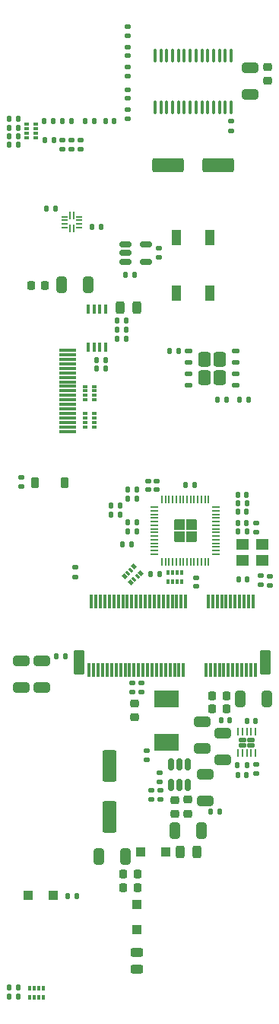
<source format=gbr>
%TF.GenerationSoftware,KiCad,Pcbnew,8.0.7*%
%TF.CreationDate,2025-01-04T21:32:03+01:00*%
%TF.ProjectId,tiliqua-motherboard,74696c69-7175-4612-9d6d-6f7468657262,rev?*%
%TF.SameCoordinates,Original*%
%TF.FileFunction,Paste,Top*%
%TF.FilePolarity,Positive*%
%FSLAX46Y46*%
G04 Gerber Fmt 4.6, Leading zero omitted, Abs format (unit mm)*
G04 Created by KiCad (PCBNEW 8.0.7) date 2025-01-04 21:32:03*
%MOMM*%
%LPD*%
G01*
G04 APERTURE LIST*
G04 Aperture macros list*
%AMRoundRect*
0 Rectangle with rounded corners*
0 $1 Rounding radius*
0 $2 $3 $4 $5 $6 $7 $8 $9 X,Y pos of 4 corners*
0 Add a 4 corners polygon primitive as box body*
4,1,4,$2,$3,$4,$5,$6,$7,$8,$9,$2,$3,0*
0 Add four circle primitives for the rounded corners*
1,1,$1+$1,$2,$3*
1,1,$1+$1,$4,$5*
1,1,$1+$1,$6,$7*
1,1,$1+$1,$8,$9*
0 Add four rect primitives between the rounded corners*
20,1,$1+$1,$2,$3,$4,$5,0*
20,1,$1+$1,$4,$5,$6,$7,0*
20,1,$1+$1,$6,$7,$8,$9,0*
20,1,$1+$1,$8,$9,$2,$3,0*%
%AMRotRect*
0 Rectangle, with rotation*
0 The origin of the aperture is its center*
0 $1 length*
0 $2 width*
0 $3 Rotation angle, in degrees counterclockwise*
0 Add horizontal line*
21,1,$1,$2,0,0,$3*%
%AMFreePoly0*
4,1,19,0.563745,0.600348,0.608674,0.548497,0.619677,0.497915,0.619677,-0.497915,0.600348,-0.563745,0.548497,-0.608674,0.497915,-0.619677,-0.497915,-0.619677,-0.563745,-0.600348,-0.608674,-0.548497,-0.619677,-0.497915,-0.619677,0.397045,-0.600348,0.462875,-0.584014,0.483144,-0.483144,0.584014,-0.422927,0.616894,-0.397045,0.619677,0.497915,0.619677,0.563745,0.600348,0.563745,0.600348,
$1*%
%AMFreePoly1*
4,1,19,0.563745,0.600348,0.608674,0.548497,0.619677,0.497915,0.619677,-0.497915,0.600348,-0.563745,0.548497,-0.608674,0.497915,-0.619677,-0.397045,-0.619677,-0.462875,-0.600348,-0.483144,-0.584014,-0.584014,-0.483144,-0.616894,-0.422927,-0.619677,-0.397045,-0.619677,0.497915,-0.600348,0.563745,-0.548497,0.608674,-0.497915,0.619677,0.497915,0.619677,0.563745,0.600348,0.563745,0.600348,
$1*%
%AMFreePoly2*
4,1,19,0.462875,0.600348,0.483144,0.584014,0.584014,0.483144,0.616894,0.422927,0.619677,0.397045,0.619677,-0.497915,0.600348,-0.563745,0.548497,-0.608674,0.497915,-0.619677,-0.497915,-0.619677,-0.563745,-0.600348,-0.608674,-0.548497,-0.619677,-0.497915,-0.619677,0.497915,-0.600348,0.563745,-0.548497,0.608674,-0.497915,0.619677,0.397045,0.619677,0.462875,0.600348,0.462875,0.600348,
$1*%
%AMFreePoly3*
4,1,19,0.563745,0.600348,0.608674,0.548497,0.619677,0.497915,0.619677,-0.397045,0.600348,-0.462875,0.584014,-0.483144,0.483144,-0.584014,0.422927,-0.616894,0.397045,-0.619677,-0.497915,-0.619677,-0.563745,-0.600348,-0.608674,-0.548497,-0.619677,-0.497915,-0.619677,0.497915,-0.600348,0.563745,-0.548497,0.608674,-0.497915,0.619677,0.497915,0.619677,0.563745,0.600348,0.563745,0.600348,
$1*%
G04 Aperture macros list end*
%ADD10RoundRect,0.147500X-0.147500X-0.172500X0.147500X-0.172500X0.147500X0.172500X-0.147500X0.172500X0*%
%ADD11RoundRect,0.250000X1.500000X0.550000X-1.500000X0.550000X-1.500000X-0.550000X1.500000X-0.550000X0*%
%ADD12R,0.400000X0.500000*%
%ADD13R,0.300000X0.500000*%
%ADD14RoundRect,0.250000X-0.435000X-0.555000X0.435000X-0.555000X0.435000X0.555000X-0.435000X0.555000X0*%
%ADD15RoundRect,0.125000X-0.262500X-0.125000X0.262500X-0.125000X0.262500X0.125000X-0.262500X0.125000X0*%
%ADD16R,1.900000X0.300000*%
%ADD17RoundRect,0.135000X-0.135000X-0.185000X0.135000X-0.185000X0.135000X0.185000X-0.135000X0.185000X0*%
%ADD18RoundRect,0.243750X0.243750X0.456250X-0.243750X0.456250X-0.243750X-0.456250X0.243750X-0.456250X0*%
%ADD19RoundRect,0.218750X-0.218750X-0.256250X0.218750X-0.256250X0.218750X0.256250X-0.218750X0.256250X0*%
%ADD20RoundRect,0.135000X0.185000X-0.135000X0.185000X0.135000X-0.185000X0.135000X-0.185000X-0.135000X0*%
%ADD21RoundRect,0.250000X-0.550000X1.500000X-0.550000X-1.500000X0.550000X-1.500000X0.550000X1.500000X0*%
%ADD22R,0.500000X0.400000*%
%ADD23R,0.500000X0.300000*%
%ADD24RotRect,0.500000X0.400000X315.000000*%
%ADD25RotRect,0.500000X0.300000X315.000000*%
%ADD26RoundRect,0.140000X0.170000X-0.140000X0.170000X0.140000X-0.170000X0.140000X-0.170000X-0.140000X0*%
%ADD27RoundRect,0.140000X0.140000X0.170000X-0.140000X0.170000X-0.140000X-0.170000X0.140000X-0.170000X0*%
%ADD28RoundRect,0.135000X0.135000X0.185000X-0.135000X0.185000X-0.135000X-0.185000X0.135000X-0.185000X0*%
%ADD29RoundRect,0.218750X-0.256250X0.218750X-0.256250X-0.218750X0.256250X-0.218750X0.256250X0.218750X0*%
%ADD30FreePoly0,90.000000*%
%ADD31FreePoly1,90.000000*%
%ADD32FreePoly2,90.000000*%
%ADD33FreePoly3,90.000000*%
%ADD34RoundRect,0.050000X0.050000X-0.387500X0.050000X0.387500X-0.050000X0.387500X-0.050000X-0.387500X0*%
%ADD35RoundRect,0.050000X0.387500X-0.050000X0.387500X0.050000X-0.387500X0.050000X-0.387500X-0.050000X0*%
%ADD36RoundRect,0.135000X-0.185000X0.135000X-0.185000X-0.135000X0.185000X-0.135000X0.185000X0.135000X0*%
%ADD37RoundRect,0.150000X0.150000X-0.512500X0.150000X0.512500X-0.150000X0.512500X-0.150000X-0.512500X0*%
%ADD38RoundRect,0.140000X-0.140000X-0.170000X0.140000X-0.170000X0.140000X0.170000X-0.140000X0.170000X0*%
%ADD39RoundRect,0.250000X0.650000X-0.325000X0.650000X0.325000X-0.650000X0.325000X-0.650000X-0.325000X0*%
%ADD40RoundRect,0.250000X-0.650000X0.325000X-0.650000X-0.325000X0.650000X-0.325000X0.650000X0.325000X0*%
%ADD41RoundRect,0.225000X-0.250000X0.225000X-0.250000X-0.225000X0.250000X-0.225000X0.250000X0.225000X0*%
%ADD42RoundRect,0.250000X0.300000X-0.300000X0.300000X0.300000X-0.300000X0.300000X-0.300000X-0.300000X0*%
%ADD43RoundRect,0.250000X0.325000X0.650000X-0.325000X0.650000X-0.325000X-0.650000X0.325000X-0.650000X0*%
%ADD44RoundRect,0.140000X-0.170000X0.140000X-0.170000X-0.140000X0.170000X-0.140000X0.170000X0.140000X0*%
%ADD45RoundRect,0.218750X0.218750X0.256250X-0.218750X0.256250X-0.218750X-0.256250X0.218750X-0.256250X0*%
%ADD46R,0.400000X1.100000*%
%ADD47RoundRect,0.218750X0.256250X-0.218750X0.256250X0.218750X-0.256250X0.218750X-0.256250X-0.218750X0*%
%ADD48RoundRect,0.243750X-0.243750X-0.456250X0.243750X-0.456250X0.243750X0.456250X-0.243750X0.456250X0*%
%ADD49R,1.400000X1.200000*%
%ADD50RoundRect,0.125000X0.295000X-0.125000X0.295000X0.125000X-0.295000X0.125000X-0.295000X-0.125000X0*%
%ADD51RoundRect,0.062500X0.062500X-0.350000X0.062500X0.350000X-0.062500X0.350000X-0.062500X-0.350000X0*%
%ADD52RoundRect,0.250000X-0.325000X-0.650000X0.325000X-0.650000X0.325000X0.650000X-0.325000X0.650000X0*%
%ADD53RoundRect,0.225000X0.225000X0.250000X-0.225000X0.250000X-0.225000X-0.250000X0.225000X-0.250000X0*%
%ADD54RoundRect,0.243750X0.456250X-0.243750X0.456250X0.243750X-0.456250X0.243750X-0.456250X-0.243750X0*%
%ADD55RoundRect,0.036000X0.114000X0.739000X-0.114000X0.739000X-0.114000X-0.739000X0.114000X-0.739000X0*%
%ADD56RoundRect,0.252000X0.348000X1.123000X-0.348000X1.123000X-0.348000X-1.123000X0.348000X-1.123000X0*%
%ADD57RoundRect,0.225000X-0.225000X-0.375000X0.225000X-0.375000X0.225000X0.375000X-0.225000X0.375000X0*%
%ADD58RoundRect,0.150000X-0.512500X-0.150000X0.512500X-0.150000X0.512500X0.150000X-0.512500X0.150000X0*%
%ADD59RoundRect,0.250000X-0.300000X-0.300000X0.300000X-0.300000X0.300000X0.300000X-0.300000X0.300000X0*%
%ADD60R,1.100000X1.800000*%
%ADD61RoundRect,0.250000X0.300000X0.300000X-0.300000X0.300000X-0.300000X-0.300000X0.300000X-0.300000X0*%
%ADD62R,2.790000X1.903000*%
%ADD63RoundRect,0.050000X0.050000X-0.375000X0.050000X0.375000X-0.050000X0.375000X-0.050000X-0.375000X0*%
%ADD64RoundRect,0.050000X0.275000X-0.050000X0.275000X0.050000X-0.275000X0.050000X-0.275000X-0.050000X0*%
%ADD65RoundRect,0.100000X-0.100000X0.637500X-0.100000X-0.637500X0.100000X-0.637500X0.100000X0.637500X0*%
G04 APERTURE END LIST*
D10*
%TO.C,D11*%
X1500000Y-108090000D03*
X2470000Y-108090000D03*
%TD*%
D11*
%TO.C,C33*%
X24790000Y-16650000D03*
X19190000Y-16650000D03*
%TD*%
D12*
%TO.C,RN3*%
X3750000Y-109130000D03*
D13*
X4250000Y-109130000D03*
X4750000Y-109130000D03*
D12*
X5250000Y-109130000D03*
X5250000Y-108130000D03*
D13*
X4750000Y-108130000D03*
X4250000Y-108130000D03*
D12*
X3750000Y-108130000D03*
%TD*%
D14*
%TO.C,U12*%
X23233657Y-38199999D03*
X23233657Y-40199999D03*
X24933657Y-38199999D03*
X24933657Y-40199999D03*
D15*
X21421157Y-37294999D03*
X21421157Y-38564999D03*
X21421157Y-39834999D03*
X21421157Y-41104999D03*
X26746157Y-41104999D03*
X26746157Y-39834999D03*
X26746157Y-38564999D03*
X26746157Y-37294999D03*
%TD*%
D16*
%TO.C,J10*%
X7965000Y-46200000D03*
X7965000Y-45700000D03*
X7965000Y-45200000D03*
X7965000Y-44700000D03*
X7965000Y-44200000D03*
X7965000Y-43700000D03*
X7965000Y-43200000D03*
X7965000Y-42700000D03*
X7965000Y-42200000D03*
X7965000Y-41700000D03*
X7965000Y-41200000D03*
X7965000Y-40700000D03*
X7965000Y-40200000D03*
X7965000Y-39700000D03*
X7965000Y-39200000D03*
X7965000Y-38700000D03*
X7965000Y-38200000D03*
X7965000Y-37700000D03*
X7965000Y-37200000D03*
%TD*%
D17*
%TO.C,R24*%
X5420000Y-13798293D03*
X6440000Y-13798293D03*
%TD*%
D18*
%TO.C,F1*%
X22377500Y-92950000D03*
X20502500Y-92950000D03*
%TD*%
D19*
%TO.C,L2*%
X14215000Y-96950000D03*
X15790000Y-96950000D03*
%TD*%
D20*
%TO.C,R42*%
X28962497Y-84280595D03*
X28962497Y-83260595D03*
%TD*%
D21*
%TO.C,C21*%
X12640000Y-83450000D03*
X12640000Y-89050000D03*
%TD*%
D22*
%TO.C,RN1*%
X4430000Y-13570000D03*
D23*
X4430000Y-13070000D03*
X4430000Y-12570000D03*
D22*
X4430000Y-12070000D03*
X3430000Y-12070000D03*
D23*
X3430000Y-12570000D03*
X3430000Y-13070000D03*
D22*
X3430000Y-13570000D03*
%TD*%
D24*
%TO.C,RN5*%
X15400434Y-61256116D03*
D25*
X15046880Y-61609669D03*
X14693327Y-61963222D03*
D24*
X14339774Y-62316776D03*
X15046880Y-63023882D03*
D25*
X15400434Y-62670329D03*
X15753987Y-62316776D03*
D24*
X16107540Y-61963222D03*
%TD*%
D26*
%TO.C,C7*%
X17933657Y-52679999D03*
X17933657Y-51719999D03*
%TD*%
D27*
%TO.C,C28*%
X26027843Y-78345623D03*
X25067843Y-78345623D03*
%TD*%
D28*
%TO.C,R10*%
X9015000Y-97900000D03*
X7995000Y-97900000D03*
%TD*%
D17*
%TO.C,R43*%
X26914093Y-83288014D03*
X27934093Y-83288014D03*
%TD*%
D28*
%TO.C,R20*%
X11740000Y-23500000D03*
X10720000Y-23500000D03*
%TD*%
D22*
%TO.C,RN6*%
X9934687Y-44202059D03*
D23*
X9934687Y-44702059D03*
X9934687Y-45202059D03*
D22*
X9934687Y-45702059D03*
X10934687Y-45702059D03*
D23*
X10934687Y-45202059D03*
X10934687Y-44702059D03*
D22*
X10934687Y-44202059D03*
%TD*%
D29*
%TO.C,L1*%
X21404249Y-87165967D03*
X21404249Y-88740967D03*
%TD*%
D30*
%TO.C,U2*%
X20415000Y-57925000D03*
D31*
X21765000Y-57925000D03*
D32*
X20415000Y-56575000D03*
D33*
X21765000Y-56575000D03*
D34*
X18490000Y-60687500D03*
X18890000Y-60687500D03*
X19290000Y-60687500D03*
X19690000Y-60687500D03*
X20090000Y-60687500D03*
X20490000Y-60687500D03*
X20890000Y-60687500D03*
X21290000Y-60687500D03*
X21690000Y-60687500D03*
X22090000Y-60687500D03*
X22490000Y-60687500D03*
X22890000Y-60687500D03*
X23290000Y-60687500D03*
X23690000Y-60687500D03*
D35*
X24527500Y-59850000D03*
X24527500Y-59450000D03*
X24527500Y-59050000D03*
X24527500Y-58650000D03*
X24527500Y-58250000D03*
X24527500Y-57850000D03*
X24527500Y-57450000D03*
X24527500Y-57050000D03*
X24527500Y-56650000D03*
X24527500Y-56250000D03*
X24527500Y-55850000D03*
X24527500Y-55450000D03*
X24527500Y-55050000D03*
X24527500Y-54650000D03*
D34*
X23690000Y-53812500D03*
X23290000Y-53812500D03*
X22890000Y-53812500D03*
X22490000Y-53812500D03*
X22090000Y-53812500D03*
X21690000Y-53812500D03*
X21290000Y-53812500D03*
X20890000Y-53812500D03*
X20490000Y-53812500D03*
X20090000Y-53812500D03*
X19690000Y-53812500D03*
X19290000Y-53812500D03*
X18890000Y-53812500D03*
X18490000Y-53812500D03*
D35*
X17652500Y-54650000D03*
X17652500Y-55050000D03*
X17652500Y-55450000D03*
X17652500Y-55850000D03*
X17652500Y-56250000D03*
X17652500Y-56650000D03*
X17652500Y-57050000D03*
X17652500Y-57450000D03*
X17652500Y-57850000D03*
X17652500Y-58250000D03*
X17652500Y-58650000D03*
X17652500Y-59050000D03*
X17652500Y-59450000D03*
X17652500Y-59850000D03*
%TD*%
D28*
%TO.C,R44*%
X14533689Y-35890762D03*
X13513689Y-35890762D03*
%TD*%
D10*
%TO.C,D17*%
X1495000Y-11485000D03*
X2465000Y-11485000D03*
%TD*%
D36*
%TO.C,R29*%
X14690000Y-1200000D03*
X14690000Y-2220000D03*
%TD*%
D37*
%TO.C,U5*%
X19505000Y-85550000D03*
X20455000Y-85550000D03*
X21405000Y-85550000D03*
X21405000Y-83275000D03*
X20455000Y-83275000D03*
X19505000Y-83275000D03*
%TD*%
D38*
%TO.C,C2*%
X26959999Y-53267266D03*
X27919999Y-53267266D03*
%TD*%
D39*
%TO.C,C22*%
X2790000Y-74700000D03*
X2790000Y-71750000D03*
%TD*%
D12*
%TO.C,RN8*%
X19174281Y-62902219D03*
D13*
X19674281Y-62902219D03*
X20174281Y-62902219D03*
D12*
X20674281Y-62902219D03*
X20674281Y-61902219D03*
D13*
X20174281Y-61902219D03*
X19674281Y-61902219D03*
D12*
X19174281Y-61902219D03*
%TD*%
D40*
%TO.C,C38*%
X22960694Y-78532234D03*
X22960694Y-81482234D03*
%TD*%
D28*
%TO.C,R8*%
X20335000Y-37275000D03*
X19315000Y-37275000D03*
%TD*%
D41*
%TO.C,C43*%
X30240000Y-5650000D03*
X30240000Y-7200000D03*
%TD*%
D17*
%TO.C,R38*%
X6757529Y-71188270D03*
X7777529Y-71188270D03*
%TD*%
D36*
%TO.C,R17*%
X18281236Y-86101412D03*
X18281236Y-87121412D03*
%TD*%
D42*
%TO.C,D3*%
X15662500Y-101600000D03*
X15662500Y-98800000D03*
%TD*%
D36*
%TO.C,R22*%
X14690000Y-5700000D03*
X14690000Y-6720000D03*
%TD*%
D28*
%TO.C,R26*%
X12190000Y-39251399D03*
X11170000Y-39251399D03*
%TD*%
D43*
%TO.C,C19*%
X14440000Y-93450000D03*
X11490000Y-93450000D03*
%TD*%
D44*
%TO.C,C39*%
X14690000Y-8200000D03*
X14690000Y-9160000D03*
%TD*%
D45*
%TO.C,L5*%
X25662906Y-75579751D03*
X24087906Y-75579751D03*
%TD*%
D27*
%TO.C,C11*%
X15670000Y-52700000D03*
X14710000Y-52700000D03*
%TD*%
D10*
%TO.C,D9*%
X1495000Y-13385000D03*
X2465000Y-13385000D03*
%TD*%
D46*
%TO.C,U3*%
X12215000Y-32575000D03*
X11565000Y-32575000D03*
X10915000Y-32575000D03*
X10265000Y-32575000D03*
X10265000Y-36875000D03*
X10915000Y-36875000D03*
X11565000Y-36875000D03*
X12215000Y-36875000D03*
%TD*%
D26*
%TO.C,C30*%
X16770439Y-82701286D03*
X16770439Y-81741286D03*
%TD*%
D27*
%TO.C,C3*%
X18200000Y-62110000D03*
X17240000Y-62110000D03*
%TD*%
D47*
%TO.C,L6*%
X19926156Y-88753655D03*
X19926156Y-87178655D03*
%TD*%
D27*
%TO.C,C18*%
X27912567Y-84406989D03*
X26952567Y-84406989D03*
%TD*%
D20*
%TO.C,R39*%
X8822488Y-62372128D03*
X8822488Y-61352128D03*
%TD*%
D48*
%TO.C,F3*%
X13821598Y-32463672D03*
X15696598Y-32463672D03*
%TD*%
D20*
%TO.C,R11*%
X8440000Y-14818293D03*
X8440000Y-13798293D03*
%TD*%
D26*
%TO.C,C10*%
X16927314Y-52679999D03*
X16927314Y-51719999D03*
%TD*%
D49*
%TO.C,Y1*%
X27456811Y-60510800D03*
X29656811Y-60510800D03*
X29656811Y-58810800D03*
X27456811Y-58810800D03*
%TD*%
D38*
%TO.C,C5*%
X26943353Y-56400000D03*
X27903353Y-56400000D03*
%TD*%
D45*
%TO.C,L4*%
X25662906Y-77089751D03*
X24087906Y-77089751D03*
%TD*%
D36*
%TO.C,R33*%
X18190000Y-25823593D03*
X18190000Y-26843593D03*
%TD*%
D20*
%TO.C,R32*%
X26215000Y-12760000D03*
X26215000Y-11740000D03*
%TD*%
%TO.C,R31*%
X2840000Y-52370000D03*
X2840000Y-51350000D03*
%TD*%
D50*
%TO.C,U10*%
X27440000Y-81100000D03*
X28440000Y-81100000D03*
X27440000Y-80500000D03*
X28440000Y-80500000D03*
D51*
X26940000Y-82012500D03*
X27440000Y-82012500D03*
X27940000Y-82012500D03*
X28440000Y-82012500D03*
X28940000Y-82012500D03*
X28940000Y-79587500D03*
X28440000Y-79587500D03*
X27940000Y-79587500D03*
X27440000Y-79587500D03*
X26940000Y-79587500D03*
%TD*%
D20*
%TO.C,R13*%
X14690000Y-11460000D03*
X14690000Y-10440000D03*
%TD*%
D38*
%TO.C,C1*%
X24695000Y-42705000D03*
X25655000Y-42705000D03*
%TD*%
D28*
%TO.C,R14*%
X6400000Y-11700000D03*
X5380000Y-11700000D03*
%TD*%
D43*
%TO.C,C20*%
X22915000Y-90620474D03*
X19965000Y-90620474D03*
%TD*%
D52*
%TO.C,C26*%
X7305000Y-29870000D03*
X10255000Y-29870000D03*
%TD*%
D27*
%TO.C,C9*%
X15670000Y-56300000D03*
X14710000Y-56300000D03*
%TD*%
D53*
%TO.C,C27*%
X5465000Y-29950000D03*
X3915000Y-29950000D03*
%TD*%
D39*
%TO.C,C24*%
X5115000Y-74700000D03*
X5115000Y-71750000D03*
%TD*%
D54*
%TO.C,F2*%
X15662500Y-106000000D03*
X15662500Y-104125000D03*
%TD*%
D40*
%TO.C,C42*%
X28340000Y-5750000D03*
X28340000Y-8700000D03*
%TD*%
D17*
%TO.C,R25*%
X13496951Y-33915698D03*
X14516951Y-33915698D03*
%TD*%
D39*
%TO.C,C32*%
X25280137Y-82706662D03*
X25280137Y-79756662D03*
%TD*%
D17*
%TO.C,R7*%
X12830000Y-55475000D03*
X13850000Y-55475000D03*
%TD*%
%TO.C,R6*%
X12830000Y-54475000D03*
X13850000Y-54475000D03*
%TD*%
D36*
%TO.C,R18*%
X18280038Y-84205632D03*
X18280038Y-85225632D03*
%TD*%
D20*
%TO.C,R16*%
X29540000Y-63300000D03*
X29540000Y-62280000D03*
%TD*%
D27*
%TO.C,C12*%
X15670000Y-53700000D03*
X14710000Y-53700000D03*
%TD*%
D55*
%TO.C,J8*%
X28890000Y-72709400D03*
X28640000Y-65159400D03*
X28390000Y-72709400D03*
X28140000Y-65159400D03*
X27890000Y-72709400D03*
X27640000Y-65159400D03*
X27390000Y-72709400D03*
X27140000Y-65159400D03*
X26890000Y-72709400D03*
X26640000Y-65159400D03*
X26390000Y-72709400D03*
X26140000Y-65159400D03*
X25890000Y-72709400D03*
X25640000Y-65159400D03*
X25390000Y-72709400D03*
X25140000Y-65159400D03*
X24890000Y-72709400D03*
X24640000Y-65159400D03*
X24390000Y-72709400D03*
X24140000Y-65159400D03*
X23890000Y-72709400D03*
X23640000Y-65159400D03*
X23390000Y-72709400D03*
X21140000Y-65159400D03*
X20890000Y-72709400D03*
X20640000Y-65159400D03*
X20390000Y-72709400D03*
X20140000Y-65159400D03*
X19890000Y-72709400D03*
X19640000Y-65159400D03*
X19390000Y-72709400D03*
X19140000Y-65159400D03*
X18890000Y-72709400D03*
X18640000Y-65159400D03*
X18390000Y-72709400D03*
X18140000Y-65159400D03*
X17890000Y-72709400D03*
X17640000Y-65159400D03*
X17390000Y-72709400D03*
X17140000Y-65159400D03*
X16890000Y-72709400D03*
X16640000Y-65159400D03*
X16390000Y-72709400D03*
X16140000Y-65159400D03*
X15890000Y-72709400D03*
X15640000Y-65159400D03*
X15390000Y-72709400D03*
X15140000Y-65159400D03*
X14890000Y-72709400D03*
X14640000Y-65159400D03*
X14390000Y-72709400D03*
X14140000Y-65159400D03*
X13890000Y-72709400D03*
X13640000Y-65159400D03*
X13390000Y-72709400D03*
X13140000Y-65159400D03*
X12890000Y-72709400D03*
X12640000Y-65159400D03*
X12390000Y-72709400D03*
X12140000Y-65159400D03*
X11890000Y-72709400D03*
X11640000Y-65159400D03*
X11390000Y-72709400D03*
X11140000Y-65159400D03*
X10890000Y-72709400D03*
X10640000Y-65159400D03*
X10390000Y-72709400D03*
D56*
X29990000Y-71934400D03*
X9290000Y-71934400D03*
%TD*%
D57*
%TO.C,D4*%
X4365000Y-51875000D03*
X7665000Y-51875000D03*
%TD*%
D38*
%TO.C,C13*%
X26960000Y-55125000D03*
X27920000Y-55125000D03*
%TD*%
D28*
%TO.C,R19*%
X6650000Y-21450000D03*
X5630000Y-21450000D03*
%TD*%
D36*
%TO.C,R15*%
X30515000Y-62290000D03*
X30515000Y-63310000D03*
%TD*%
D38*
%TO.C,C16*%
X27046309Y-62651682D03*
X28006309Y-62651682D03*
%TD*%
D58*
%TO.C,U9*%
X14415000Y-25433593D03*
X14415000Y-26383593D03*
X14415000Y-27333593D03*
X16690000Y-27333593D03*
X16690000Y-25433593D03*
%TD*%
D28*
%TO.C,R28*%
X12190000Y-38300000D03*
X11170000Y-38300000D03*
%TD*%
D10*
%TO.C,D5*%
X1500000Y-14325000D03*
X2470000Y-14325000D03*
%TD*%
%TO.C,D7*%
X1500000Y-109080000D03*
X2470000Y-109080000D03*
%TD*%
D28*
%TO.C,R27*%
X15440000Y-28833593D03*
X14420000Y-28833593D03*
%TD*%
D52*
%TO.C,C29*%
X27240374Y-75949999D03*
X30190374Y-75949999D03*
%TD*%
D59*
%TO.C,D2*%
X16140000Y-92950000D03*
X18940000Y-92950000D03*
%TD*%
D28*
%TO.C,R3*%
X28135000Y-42675000D03*
X27115000Y-42675000D03*
%TD*%
D60*
%TO.C,SW2*%
X23790001Y-24650000D03*
X23790001Y-30850000D03*
X20089999Y-24650000D03*
X20089999Y-30850000D03*
%TD*%
D38*
%TO.C,C25*%
X23940000Y-88450000D03*
X24900000Y-88450000D03*
%TD*%
%TO.C,C17*%
X27960000Y-78450000D03*
X28920000Y-78450000D03*
%TD*%
D36*
%TO.C,R1*%
X15165000Y-74215000D03*
X15165000Y-75235000D03*
%TD*%
D61*
%TO.C,D1*%
X6390000Y-97825000D03*
X3590000Y-97825000D03*
%TD*%
D44*
%TO.C,C41*%
X14690000Y-3470000D03*
X14690000Y-4430000D03*
%TD*%
D10*
%TO.C,D13*%
X1505000Y-12435000D03*
X2475000Y-12435000D03*
%TD*%
D26*
%TO.C,C15*%
X28960274Y-57385395D03*
X28960274Y-56425395D03*
%TD*%
D20*
%TO.C,R12*%
X9430000Y-14818293D03*
X9430000Y-13798293D03*
%TD*%
D39*
%TO.C,C23*%
X23330380Y-87309233D03*
X23330380Y-84359233D03*
%TD*%
D38*
%TO.C,C40*%
X12230000Y-11700000D03*
X13190000Y-11700000D03*
%TD*%
D44*
%TO.C,C4*%
X22290940Y-62469999D03*
X22290940Y-63429999D03*
%TD*%
D28*
%TO.C,R5*%
X27940000Y-57350000D03*
X26920000Y-57350000D03*
%TD*%
D41*
%TO.C,C34*%
X15447765Y-76442234D03*
X15447765Y-77992234D03*
%TD*%
D36*
%TO.C,R2*%
X16215000Y-74215000D03*
X16215000Y-75235000D03*
%TD*%
D62*
%TO.C,L3*%
X19005905Y-80823882D03*
X19005905Y-75970882D03*
%TD*%
D17*
%TO.C,R30*%
X9940000Y-11700000D03*
X10960000Y-11700000D03*
%TD*%
D44*
%TO.C,C31*%
X17327542Y-86140624D03*
X17327542Y-87100624D03*
%TD*%
D17*
%TO.C,R9*%
X13508109Y-34908810D03*
X14528109Y-34908810D03*
%TD*%
D63*
%TO.C,U8*%
X8269220Y-23656686D03*
X8669220Y-23656686D03*
D64*
X9294220Y-23531686D03*
X9294220Y-23131686D03*
X9294220Y-22731686D03*
X9294220Y-22331686D03*
D63*
X8669220Y-22206686D03*
X8269220Y-22206686D03*
D64*
X7644220Y-22331686D03*
X7644220Y-22731686D03*
X7644220Y-23131686D03*
X7644220Y-23531686D03*
%TD*%
D27*
%TO.C,C14*%
X15070000Y-58760000D03*
X14110000Y-58760000D03*
%TD*%
D28*
%TO.C,R4*%
X27945642Y-54200000D03*
X26925642Y-54200000D03*
%TD*%
D65*
%TO.C,U7*%
X26190000Y-4450000D03*
X25540000Y-4450000D03*
X24890000Y-4450000D03*
X24240000Y-4450000D03*
X23590000Y-4450000D03*
X22940000Y-4450000D03*
X22290000Y-4450000D03*
X21640000Y-4450000D03*
X20990000Y-4450000D03*
X20340000Y-4450000D03*
X19690000Y-4450000D03*
X19040000Y-4450000D03*
X18390000Y-4450000D03*
X17740000Y-4450000D03*
X17740000Y-10175000D03*
X18390000Y-10175000D03*
X19040000Y-10175000D03*
X19690000Y-10175000D03*
X20340000Y-10175000D03*
X20990000Y-10175000D03*
X21640000Y-10175000D03*
X22290000Y-10175000D03*
X22940000Y-10175000D03*
X23590000Y-10175000D03*
X24240000Y-10175000D03*
X24890000Y-10175000D03*
X25540000Y-10175000D03*
X26190000Y-10175000D03*
%TD*%
D27*
%TO.C,C6*%
X22103870Y-52204428D03*
X21143870Y-52204428D03*
%TD*%
%TO.C,C8*%
X15670000Y-57300000D03*
X14710000Y-57300000D03*
%TD*%
D22*
%TO.C,RN7*%
X9938079Y-41204924D03*
D23*
X9938079Y-41704924D03*
X9938079Y-42204924D03*
D22*
X9938079Y-42704924D03*
X10938079Y-42704924D03*
D23*
X10938079Y-42204924D03*
X10938079Y-41704924D03*
D22*
X10938079Y-41204924D03*
%TD*%
D36*
%TO.C,R23*%
X7430000Y-13778293D03*
X7430000Y-14798293D03*
%TD*%
D17*
%TO.C,R21*%
X7420000Y-11700000D03*
X8440000Y-11700000D03*
%TD*%
D45*
%TO.C,L7*%
X15790000Y-95450000D03*
X14215000Y-95450000D03*
%TD*%
M02*

</source>
